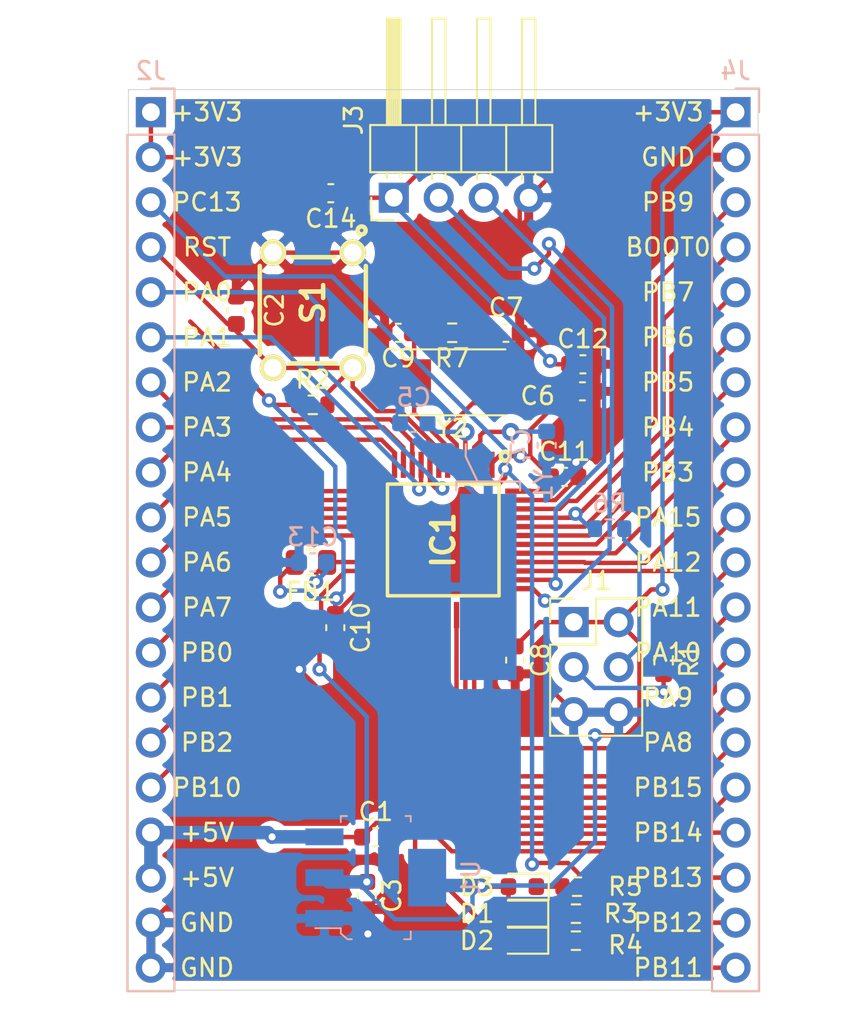
<source format=kicad_pcb>
(kicad_pcb (version 20171130) (host pcbnew 5.1.6+dfsg1-1)
  (layers (0 F.Cu signal) (31 B.Cu signal) (34 B.Paste user) (35 F.Paste user) (36 B.SilkS user) (37 F.SilkS user) (38 B.Mask user) (39 F.Mask user) (44 Edge.Cuts user))
  (net 0 "")
  (net 1 Earth)
  (net 2 +5V)
  (net 3 /RESET)
  (net 4 +3V3)
  (net 5 "Net-(C4-Pad1)")
  (net 6 "Net-(C5-Pad1)")
  (net 7 "Net-(C7-Pad1)")
  (net 8 "Net-(C9-Pad1)")
  (net 9 +3.3VA)
  (net 10 "Net-(D1-Pad1)")
  (net 11 "Net-(D2-Pad1)")
  (net 12 "Net-(D3-Pad1)")
  (net 13 "Net-(J1-Pad4)")
  (net 14 "Net-(J1-Pad3)")
  (net 15 /PB10)
  (net 16 /PB2)
  (net 17 /PB1)
  (net 18 /PB0)
  (net 19 /PA7)
  (net 20 /PA6)
  (net 21 /PA5)
  (net 22 /PA4)
  (net 23 /PA3)
  (net 24 /PA2)
  (net 25 /PA1)
  (net 26 /PA0)
  (net 27 /PC13)
  (net 28 /SWCLK)
  (net 29 /SWDIO)
  (net 30 /PB11)
  (net 31 /PB12)
  (net 32 /PB13)
  (net 33 /PB14)
  (net 34 /PB15)
  (net 35 /PA8)
  (net 36 /PA9)
  (net 37 /PA10)
  (net 38 /PA11)
  (net 39 /PA12)
  (net 40 /PA15)
  (net 41 /PB3)
  (net 42 /PB4)
  (net 43 /PB5)
  (net 44 /PB6)
  (net 45 /PB7)
  (net 46 /BOOT0)
  (net 47 /PB9)
  (net 48 /BOOT1)
  (module mod:SOT-223-4 (layer B.Cu) (at 66.04 88.9 90)
    (fp_text reference U1 (at 0 5.375 -90) (layer B.SilkS) (effects (justify mirror)))
    (fp_text value LM1117-3.3)
    (pad 4 smd rect (at 0 2.9 90) (size 3.25 2.15) (layers B.Cu B.Paste B.Mask) (net 4 +3V3))
    (pad 1 smd rect (at -2.3 -2.9 90) (size 0.95 2.15) (layers B.Cu B.Paste B.Mask) (net 1 Earth))
    (pad 2 smd rect (at 0 -2.9 90) (size 0.95 2.15) (layers B.Cu B.Paste B.Mask) (net 4 +3V3))
    (pad 3 smd rect (at 2.3 -2.9 90) (size 0.95 2.15) (layers B.Cu B.Paste B.Mask) (net 2 +5V))
  )
  (module FSM4JH:FSM4JH (layer F.Cu) (at 62.484 56.896 270)
    (fp_text reference S1 (at -0.45433 -0.00933 90) (layer F.SilkS) (effects (font (size 1.27 1.27) (thickness 0.254))))
    (fp_text value FSM4JH hide)
    (pad 4 thru_hole circle (at 3.25 2.25) (size 1.5 1.5) (drill 1) (layers *.Cu *.Mask F.SilkS) (net 3 /RESET))
    (pad 3 thru_hole circle (at -3.25 2.25) (size 1.5 1.5) (drill 1) (layers *.Cu *.Mask F.SilkS) (net 1 Earth))
    (pad 2 thru_hole circle (at 3.25 -2.25) (size 1.5 1.5) (drill 1) (layers *.Cu *.Mask F.SilkS) (net 3 /RESET))
    (pad 1 thru_hole circle (at -3.25 -2.25) (size 1.5 1.5) (drill 1) (layers *.Cu *.Mask F.SilkS) (net 1 Earth))
  )
  (module STM32G431C6T6:QFP50P900X900X160-48N (layer F.Cu) (at 69.85 69.85 270)
    (fp_text reference IC1 (at 0 0 90) (layer F.SilkS) (effects (font (size 1.27 1.27) (thickness 0.254))))
    (fp_text value STM32G431C6T6 hide)
    (pad 48 smd rect (at -2.75 -4.238 270) (size 0.3 1.475) (layers F.Cu F.Paste F.Mask) (net 4 +3V3))
    (pad 47 smd rect (at -2.25 -4.238 270) (size 0.3 1.475) (layers F.Cu F.Paste F.Mask) (net 1 Earth))
    (pad 46 smd rect (at -1.75 -4.238 270) (size 0.3 1.475) (layers F.Cu F.Paste F.Mask) (net 47 /PB9))
    (pad 45 smd rect (at -1.25 -4.238 270) (size 0.3 1.475) (layers F.Cu F.Paste F.Mask) (net 46 /BOOT0))
    (pad 44 smd rect (at -0.75 -4.238 270) (size 0.3 1.475) (layers F.Cu F.Paste F.Mask) (net 45 /PB7))
    (pad 43 smd rect (at -0.25 -4.238 270) (size 0.3 1.475) (layers F.Cu F.Paste F.Mask) (net 44 /PB6))
    (pad 42 smd rect (at 0.25 -4.238 270) (size 0.3 1.475) (layers F.Cu F.Paste F.Mask) (net 43 /PB5))
    (pad 41 smd rect (at 0.75 -4.238 270) (size 0.3 1.475) (layers F.Cu F.Paste F.Mask) (net 42 /PB4))
    (pad 40 smd rect (at 1.25 -4.238 270) (size 0.3 1.475) (layers F.Cu F.Paste F.Mask) (net 41 /PB3))
    (pad 39 smd rect (at 1.75 -4.238 270) (size 0.3 1.475) (layers F.Cu F.Paste F.Mask) (net 40 /PA15))
    (pad 38 smd rect (at 2.25 -4.238 270) (size 0.3 1.475) (layers F.Cu F.Paste F.Mask) (net 28 /SWCLK))
    (pad 37 smd rect (at 2.75 -4.238 270) (size 0.3 1.475) (layers F.Cu F.Paste F.Mask) (net 29 /SWDIO))
    (pad 36 smd rect (at 4.238 -2.75) (size 0.3 1.475) (layers F.Cu F.Paste F.Mask) (net 4 +3V3))
    (pad 35 smd rect (at 4.238 -2.25) (size 0.3 1.475) (layers F.Cu F.Paste F.Mask) (net 1 Earth))
    (pad 34 smd rect (at 4.238 -1.75) (size 0.3 1.475) (layers F.Cu F.Paste F.Mask) (net 39 /PA12))
    (pad 33 smd rect (at 4.238 -1.25) (size 0.3 1.475) (layers F.Cu F.Paste F.Mask) (net 38 /PA11))
    (pad 32 smd rect (at 4.238 -0.75) (size 0.3 1.475) (layers F.Cu F.Paste F.Mask) (net 37 /PA10))
    (pad 31 smd rect (at 4.238 -0.25) (size 0.3 1.475) (layers F.Cu F.Paste F.Mask) (net 36 /PA9))
    (pad 30 smd rect (at 4.238 0.25) (size 0.3 1.475) (layers F.Cu F.Paste F.Mask) (net 35 /PA8))
    (pad 29 smd rect (at 4.238 0.75) (size 0.3 1.475) (layers F.Cu F.Paste F.Mask) (net 34 /PB15))
    (pad 28 smd rect (at 4.238 1.25) (size 0.3 1.475) (layers F.Cu F.Paste F.Mask) (net 33 /PB14))
    (pad 27 smd rect (at 4.238 1.75) (size 0.3 1.475) (layers F.Cu F.Paste F.Mask) (net 32 /PB13))
    (pad 26 smd rect (at 4.238 2.25) (size 0.3 1.475) (layers F.Cu F.Paste F.Mask) (net 31 /PB12))
    (pad 25 smd rect (at 4.238 2.75) (size 0.3 1.475) (layers F.Cu F.Paste F.Mask) (net 30 /PB11))
    (pad 24 smd rect (at 2.75 4.238 270) (size 0.3 1.475) (layers F.Cu F.Paste F.Mask) (net 4 +3V3))
    (pad 23 smd rect (at 2.25 4.238 270) (size 0.3 1.475) (layers F.Cu F.Paste F.Mask) (net 1 Earth))
    (pad 22 smd rect (at 1.75 4.238 270) (size 0.3 1.475) (layers F.Cu F.Paste F.Mask) (net 15 /PB10))
    (pad 21 smd rect (at 1.25 4.238 270) (size 0.3 1.475) (layers F.Cu F.Paste F.Mask) (net 9 +3.3VA))
    (pad 20 smd rect (at 0.75 4.238 270) (size 0.3 1.475) (layers F.Cu F.Paste F.Mask) (net 9 +3.3VA))
    (pad 19 smd rect (at 0.25 4.238 270) (size 0.3 1.475) (layers F.Cu F.Paste F.Mask) (net 1 Earth))
    (pad 18 smd rect (at -0.25 4.238 270) (size 0.3 1.475) (layers F.Cu F.Paste F.Mask) (net 16 /PB2))
    (pad 17 smd rect (at -0.75 4.238 270) (size 0.3 1.475) (layers F.Cu F.Paste F.Mask) (net 17 /PB1))
    (pad 16 smd rect (at -1.25 4.238 270) (size 0.3 1.475) (layers F.Cu F.Paste F.Mask) (net 18 /PB0))
    (pad 15 smd rect (at -1.75 4.238 270) (size 0.3 1.475) (layers F.Cu F.Paste F.Mask) (net 19 /PA7))
    (pad 14 smd rect (at -2.25 4.238 270) (size 0.3 1.475) (layers F.Cu F.Paste F.Mask) (net 20 /PA6))
    (pad 13 smd rect (at -2.75 4.238 270) (size 0.3 1.475) (layers F.Cu F.Paste F.Mask) (net 21 /PA5))
    (pad 12 smd rect (at -4.238 2.75) (size 0.3 1.475) (layers F.Cu F.Paste F.Mask) (net 22 /PA4))
    (pad 11 smd rect (at -4.238 2.25) (size 0.3 1.475) (layers F.Cu F.Paste F.Mask) (net 23 /PA3))
    (pad 10 smd rect (at -4.238 1.75) (size 0.3 1.475) (layers F.Cu F.Paste F.Mask) (net 24 /PA2))
    (pad 9 smd rect (at -4.238 1.25) (size 0.3 1.475) (layers F.Cu F.Paste F.Mask) (net 25 /PA1))
    (pad 8 smd rect (at -4.238 0.75) (size 0.3 1.475) (layers F.Cu F.Paste F.Mask) (net 26 /PA0))
    (pad 7 smd rect (at -4.238 0.25) (size 0.3 1.475) (layers F.Cu F.Paste F.Mask) (net 3 /RESET))
    (pad 6 smd rect (at -4.238 -0.25) (size 0.3 1.475) (layers F.Cu F.Paste F.Mask) (net 8 "Net-(C9-Pad1)"))
    (pad 5 smd rect (at -4.238 -0.75) (size 0.3 1.475) (layers F.Cu F.Paste F.Mask) (net 7 "Net-(C7-Pad1)"))
    (pad 4 smd rect (at -4.238 -1.25) (size 0.3 1.475) (layers F.Cu F.Paste F.Mask) (net 6 "Net-(C5-Pad1)"))
    (pad 3 smd rect (at -4.238 -1.75) (size 0.3 1.475) (layers F.Cu F.Paste F.Mask) (net 5 "Net-(C4-Pad1)"))
    (pad 2 smd rect (at -4.238 -2.25) (size 0.3 1.475) (layers F.Cu F.Paste F.Mask) (net 27 /PC13))
    (pad 1 smd rect (at -4.238 -2.75) (size 0.3 1.475) (layers F.Cu F.Paste F.Mask) (net 4 +3V3))
  )
  (module Crystal:Crystal_SMD_Abracon_ABM7-2Pin_6.0x3.5mm (layer F.Cu) (at 70.358 60.96 180)
    (fp_text reference Y2 (at 0 -2.6) (layer F.SilkS))
    (fp_text value 8MHz)
    (pad 2 smd rect (at 2.15 0 180) (size 1.9 2.6) (layers F.Cu F.Paste F.Mask) (net 8 "Net-(C9-Pad1)"))
    (pad 1 smd rect (at -2.15 0 180) (size 1.9 2.6) (layers F.Cu F.Paste F.Mask) (net 7 "Net-(C7-Pad1)"))
  )
  (module Crystal:Crystal_AT310_D3.0mm_L10.0mm_Horizontal_1EP_style1 (layer B.Cu) (at 73.66 63.754 180)
    (fp_text reference Y1 (at -1.85 -3 270) (layer B.SilkS) (effects (justify mirror)))
    (fp_text value 32.768kHz)
    (pad 3 smd rect (at 1.27 -8.75 180) (size 3.2 10.5) (layers B.Cu B.Paste B.Mask) (net 1 Earth))
    (pad 2 thru_hole circle (at 2.54 0 180) (size 1 1) (drill 0.5) (layers *.Cu *.Mask) (net 6 "Net-(C5-Pad1)"))
    (pad 1 thru_hole circle (at 0 0 180) (size 1 1) (drill 0.5) (layers *.Cu *.Mask) (net 5 "Net-(C4-Pad1)"))
  )
  (module Resistor_SMD:R_0603_1608Metric (layer F.Cu) (at 70.358 58.166 180)
    (fp_text reference R7 (at 0 -1.43) (layer F.SilkS))
    (fp_text value 100k)
    (pad 2 smd roundrect (at 0.825 0 180) (size 0.8 0.95) (layers F.Cu F.Paste F.Mask) (net 8 "Net-(C9-Pad1)"))
    (pad 1 smd roundrect (at -0.825 0 180) (size 0.8 0.95) (layers F.Cu F.Paste F.Mask) (net 7 "Net-(C7-Pad1)"))
  )
  (module Resistor_SMD:R_0603_1608Metric (layer B.Cu) (at 79.2475 69.215 180)
    (fp_text reference R6 (at 0 1.43) (layer B.SilkS) (effects (justify mirror)))
    (fp_text value 100k)
    (pad 2 smd roundrect (at 0.825 0 180) (size 0.8 0.95) (layers B.Cu B.Paste B.Mask) (net 46 /BOOT0))
    (pad 1 smd roundrect (at -0.825 0 180) (size 0.8 0.95) (layers B.Cu B.Paste B.Mask) (net 13 "Net-(J1-Pad4)"))
  )
  (module Resistor_SMD:R_0603_1608Metric (layer F.Cu) (at 77.406 89.408)
    (fp_text reference R5 (at 2.731 0) (layer F.SilkS))
    (fp_text value 1k)
    (pad 2 smd roundrect (at 0.825 0) (size 0.8 0.95) (layers F.Cu F.Paste F.Mask) (net 27 /PC13))
    (pad 1 smd roundrect (at -0.825 0) (size 0.8 0.95) (layers F.Cu F.Paste F.Mask) (net 12 "Net-(D3-Pad1)"))
  )
  (module Resistor_SMD:R_0603_1608Metric (layer F.Cu) (at 77.343 92.456)
    (fp_text reference R4 (at 2.794 0.254) (layer F.SilkS))
    (fp_text value 1k)
    (pad 2 smd roundrect (at 0.825 0) (size 0.8 0.95) (layers F.Cu F.Paste F.Mask) (net 1 Earth))
    (pad 1 smd roundrect (at -0.825 0) (size 0.8 0.95) (layers F.Cu F.Paste F.Mask) (net 11 "Net-(D2-Pad1)"))
  )
  (module Resistor_SMD:R_0603_1608Metric (layer F.Cu) (at 77.343 90.932)
    (fp_text reference R3 (at 2.54 0) (layer F.SilkS))
    (fp_text value 1k)
    (pad 2 smd roundrect (at 0.825 0) (size 0.8 0.95) (layers F.Cu F.Paste F.Mask) (net 1 Earth))
    (pad 1 smd roundrect (at -0.825 0) (size 0.8 0.95) (layers F.Cu F.Paste F.Mask) (net 10 "Net-(D1-Pad1)"))
  )
  (module Resistor_SMD:R_0603_1608Metric (layer F.Cu) (at 62.484 62.23)
    (fp_text reference R2 (at 0 -1.43) (layer F.SilkS))
    (fp_text value 10k)
    (pad 2 smd roundrect (at 0.825 0) (size 0.8 0.95) (layers F.Cu F.Paste F.Mask) (net 3 /RESET))
    (pad 1 smd roundrect (at -0.825 0) (size 0.8 0.95) (layers F.Cu F.Paste F.Mask) (net 4 +3V3))
  )
  (module Resistor_SMD:R_0603_1608Metric (layer F.Cu) (at 82.296 76.644 270)
    (fp_text reference R1 (at 0 -1.43 90) (layer F.SilkS))
    (fp_text value 100k)
    (pad 2 smd roundrect (at 0.825 0 270) (size 0.8 0.95) (layers F.Cu F.Paste F.Mask) (net 14 "Net-(J1-Pad3)"))
    (pad 1 smd roundrect (at -0.825 0 270) (size 0.8 0.95) (layers F.Cu F.Paste F.Mask) (net 48 /BOOT1))
  )
  (module Connector_PinHeader_2.54mm:PinHeader_1x20_P2.54mm_Vertical (layer B.Cu) (at 86.36 45.72 180)
    (fp_text reference J4 (at 0 2.33) (layer B.SilkS) (effects (justify mirror)))
    (fp_text value Conn_01x20_Male)
    (pad 20 thru_hole oval (at 0 -48.26 180) (size 1.7 1.7) (drill 1) (layers *.Cu *.Mask) (net 30 /PB11))
    (pad 19 thru_hole oval (at 0 -45.72 180) (size 1.7 1.7) (drill 1) (layers *.Cu *.Mask) (net 31 /PB12))
    (pad 18 thru_hole oval (at 0 -43.18 180) (size 1.7 1.7) (drill 1) (layers *.Cu *.Mask) (net 32 /PB13))
    (pad 17 thru_hole oval (at 0 -40.64 180) (size 1.7 1.7) (drill 1) (layers *.Cu *.Mask) (net 33 /PB14))
    (pad 16 thru_hole oval (at 0 -38.1 180) (size 1.7 1.7) (drill 1) (layers *.Cu *.Mask) (net 34 /PB15))
    (pad 15 thru_hole oval (at 0 -35.56 180) (size 1.7 1.7) (drill 1) (layers *.Cu *.Mask) (net 35 /PA8))
    (pad 14 thru_hole oval (at 0 -33.02 180) (size 1.7 1.7) (drill 1) (layers *.Cu *.Mask) (net 36 /PA9))
    (pad 13 thru_hole oval (at 0 -30.48 180) (size 1.7 1.7) (drill 1) (layers *.Cu *.Mask) (net 37 /PA10))
    (pad 12 thru_hole oval (at 0 -27.94 180) (size 1.7 1.7) (drill 1) (layers *.Cu *.Mask) (net 38 /PA11))
    (pad 11 thru_hole oval (at 0 -25.4 180) (size 1.7 1.7) (drill 1) (layers *.Cu *.Mask) (net 39 /PA12))
    (pad 10 thru_hole oval (at 0 -22.86 180) (size 1.7 1.7) (drill 1) (layers *.Cu *.Mask) (net 40 /PA15))
    (pad 9 thru_hole oval (at 0 -20.32 180) (size 1.7 1.7) (drill 1) (layers *.Cu *.Mask) (net 41 /PB3))
    (pad 8 thru_hole oval (at 0 -17.78 180) (size 1.7 1.7) (drill 1) (layers *.Cu *.Mask) (net 42 /PB4))
    (pad 7 thru_hole oval (at 0 -15.24 180) (size 1.7 1.7) (drill 1) (layers *.Cu *.Mask) (net 43 /PB5))
    (pad 6 thru_hole oval (at 0 -12.7 180) (size 1.7 1.7) (drill 1) (layers *.Cu *.Mask) (net 44 /PB6))
    (pad 5 thru_hole oval (at 0 -10.16 180) (size 1.7 1.7) (drill 1) (layers *.Cu *.Mask) (net 45 /PB7))
    (pad 4 thru_hole oval (at 0 -7.62 180) (size 1.7 1.7) (drill 1) (layers *.Cu *.Mask) (net 46 /BOOT0))
    (pad 3 thru_hole oval (at 0 -5.08 180) (size 1.7 1.7) (drill 1) (layers *.Cu *.Mask) (net 47 /PB9))
    (pad 2 thru_hole oval (at 0 -2.54 180) (size 1.7 1.7) (drill 1) (layers *.Cu *.Mask) (net 1 Earth))
    (pad 1 thru_hole rect (at 0 0 180) (size 1.7 1.7) (drill 1) (layers *.Cu *.Mask) (net 4 +3V3))
  )
  (module Connector_PinHeader_2.54mm:PinHeader_1x04_P2.54mm_Horizontal (layer F.Cu) (at 67.056 50.546 90)
    (fp_text reference J3 (at 4.385 -2.27 90) (layer F.SilkS))
    (fp_text value Conn_01x04_Male)
    (pad 4 thru_hole oval (at 0 7.62 90) (size 1.7 1.7) (drill 1) (layers *.Cu *.Mask) (net 1 Earth))
    (pad 3 thru_hole oval (at 0 5.08 90) (size 1.7 1.7) (drill 1) (layers *.Cu *.Mask) (net 28 /SWCLK))
    (pad 2 thru_hole oval (at 0 2.54 90) (size 1.7 1.7) (drill 1) (layers *.Cu *.Mask) (net 29 /SWDIO))
    (pad 1 thru_hole rect (at 0 0 90) (size 1.7 1.7) (drill 1) (layers *.Cu *.Mask) (net 4 +3V3))
  )
  (module Connector_PinHeader_2.54mm:PinHeader_1x20_P2.54mm_Vertical (layer B.Cu) (at 53.34 45.72 180)
    (fp_text reference J2 (at 0 2.33) (layer B.SilkS) (effects (justify mirror)))
    (fp_text value Conn_01x20_Male)
    (pad 20 thru_hole oval (at 0 -48.26 180) (size 1.7 1.7) (drill 1) (layers *.Cu *.Mask) (net 1 Earth))
    (pad 19 thru_hole oval (at 0 -45.72 180) (size 1.7 1.7) (drill 1) (layers *.Cu *.Mask) (net 1 Earth))
    (pad 18 thru_hole oval (at 0 -43.18 180) (size 1.7 1.7) (drill 1) (layers *.Cu *.Mask) (net 2 +5V))
    (pad 17 thru_hole oval (at 0 -40.64 180) (size 1.7 1.7) (drill 1) (layers *.Cu *.Mask) (net 2 +5V))
    (pad 16 thru_hole oval (at 0 -38.1 180) (size 1.7 1.7) (drill 1) (layers *.Cu *.Mask) (net 15 /PB10))
    (pad 15 thru_hole oval (at 0 -35.56 180) (size 1.7 1.7) (drill 1) (layers *.Cu *.Mask) (net 16 /PB2))
    (pad 14 thru_hole oval (at 0 -33.02 180) (size 1.7 1.7) (drill 1) (layers *.Cu *.Mask) (net 17 /PB1))
    (pad 13 thru_hole oval (at 0 -30.48 180) (size 1.7 1.7) (drill 1) (layers *.Cu *.Mask) (net 18 /PB0))
    (pad 12 thru_hole oval (at 0 -27.94 180) (size 1.7 1.7) (drill 1) (layers *.Cu *.Mask) (net 19 /PA7))
    (pad 11 thru_hole oval (at 0 -25.4 180) (size 1.7 1.7) (drill 1) (layers *.Cu *.Mask) (net 20 /PA6))
    (pad 10 thru_hole oval (at 0 -22.86 180) (size 1.7 1.7) (drill 1) (layers *.Cu *.Mask) (net 21 /PA5))
    (pad 9 thru_hole oval (at 0 -20.32 180) (size 1.7 1.7) (drill 1) (layers *.Cu *.Mask) (net 22 /PA4))
    (pad 8 thru_hole oval (at 0 -17.78 180) (size 1.7 1.7) (drill 1) (layers *.Cu *.Mask) (net 23 /PA3))
    (pad 7 thru_hole oval (at 0 -15.24 180) (size 1.7 1.7) (drill 1) (layers *.Cu *.Mask) (net 24 /PA2))
    (pad 6 thru_hole oval (at 0 -12.7 180) (size 1.7 1.7) (drill 1) (layers *.Cu *.Mask) (net 25 /PA1))
    (pad 5 thru_hole oval (at 0 -10.16 180) (size 1.7 1.7) (drill 1) (layers *.Cu *.Mask) (net 26 /PA0))
    (pad 4 thru_hole oval (at 0 -7.62 180) (size 1.7 1.7) (drill 1) (layers *.Cu *.Mask) (net 3 /RESET))
    (pad 3 thru_hole oval (at 0 -5.08 180) (size 1.7 1.7) (drill 1) (layers *.Cu *.Mask) (net 27 /PC13))
    (pad 2 thru_hole oval (at 0 -2.54 180) (size 1.7 1.7) (drill 1) (layers *.Cu *.Mask) (net 4 +3V3))
    (pad 1 thru_hole rect (at 0 0 180) (size 1.7 1.7) (drill 1) (layers *.Cu *.Mask) (net 4 +3V3))
  )
  (module Connector_PinHeader_2.54mm:PinHeader_2x03_P2.54mm_Vertical (layer F.Cu) (at 77.216 74.4855)
    (fp_text reference J1 (at 1.27 -2.33) (layer F.SilkS))
    (fp_text value Conn_02x03_Odd_Even)
    (pad 6 thru_hole oval (at 2.54 5.08) (size 1.7 1.7) (drill 1) (layers *.Cu *.Mask) (net 1 Earth))
    (pad 5 thru_hole oval (at 0 5.08) (size 1.7 1.7) (drill 1) (layers *.Cu *.Mask) (net 1 Earth))
    (pad 4 thru_hole oval (at 2.54 2.54) (size 1.7 1.7) (drill 1) (layers *.Cu *.Mask) (net 13 "Net-(J1-Pad4)"))
    (pad 3 thru_hole oval (at 0 2.54) (size 1.7 1.7) (drill 1) (layers *.Cu *.Mask) (net 14 "Net-(J1-Pad3)"))
    (pad 2 thru_hole oval (at 2.54 0) (size 1.7 1.7) (drill 1) (layers *.Cu *.Mask) (net 4 +3V3))
    (pad 1 thru_hole rect (at 0 0) (size 1.7 1.7) (drill 1) (layers *.Cu *.Mask) (net 4 +3V3))
  )
  (module Resistor_SMD:R_0805_2012Metric (layer F.Cu) (at 62.3805 71.12 180)
    (fp_text reference FB1 (at 0 -1.65) (layer F.SilkS))
    (fp_text value Ferrite_Bead)
    (pad 2 smd roundrect (at 0.9125 0 180) (size 1.025 1.4) (layers F.Cu F.Paste F.Mask) (roundrect_rratio 0.2439004878048781) (net 4 +3V3))
    (pad 1 smd roundrect (at -0.9125 0 180) (size 1.025 1.4) (layers F.Cu F.Paste F.Mask) (roundrect_rratio 0.2439004878048781) (net 9 +3.3VA))
  )
  (module LED_SMD:LED_0603_1608Metric (layer F.Cu) (at 74.3205 89.408 180)
    (fp_text reference D3 (at 2.5655 0) (layer F.SilkS))
    (fp_text value LED)
    (pad 2 smd roundrect (at 0.7875 0 180) (size 0.875 0.95) (layers F.Cu F.Paste F.Mask) (net 4 +3V3))
    (pad 1 smd roundrect (at -0.7875 0 180) (size 0.875 0.95) (layers F.Cu F.Paste F.Mask) (net 12 "Net-(D3-Pad1)"))
  )
  (module LED_SMD:LED_0603_1608Metric (layer F.Cu) (at 74.295 92.456 180)
    (fp_text reference D2 (at 2.54 0) (layer F.SilkS))
    (fp_text value LED)
    (pad 2 smd roundrect (at 0.7875 0 180) (size 0.875 0.95) (layers F.Cu F.Paste F.Mask) (net 2 +5V))
    (pad 1 smd roundrect (at -0.7875 0 180) (size 0.875 0.95) (layers F.Cu F.Paste F.Mask) (net 11 "Net-(D2-Pad1)"))
  )
  (module LED_SMD:LED_0603_1608Metric (layer F.Cu) (at 74.295 90.932 180)
    (fp_text reference D1 (at 2.54 0) (layer F.SilkS))
    (fp_text value LED)
    (pad 2 smd roundrect (at 0.7875 0 180) (size 0.875 0.95) (layers F.Cu F.Paste F.Mask) (net 4 +3V3))
    (pad 1 smd roundrect (at -0.7875 0 180) (size 0.875 0.95) (layers F.Cu F.Paste F.Mask) (net 10 "Net-(D1-Pad1)"))
  )
  (module Capacitor_SMD:C_0603_1608Metric (layer F.Cu) (at 63.5 50.292 180)
    (fp_text reference C14 (at 0 -1.43) (layer F.SilkS))
    (fp_text value 0.1uF)
    (pad 2 smd roundrect (at 0.775 0 180) (size 0.9 0.95) (layers F.Cu F.Paste F.Mask) (net 1 Earth))
    (pad 1 smd roundrect (at -0.775 0 180) (size 0.9 0.95) (layers F.Cu F.Paste F.Mask) (net 4 +3V3))
  )
  (module Capacitor_SMD:C_0603_1608Metric (layer B.Cu) (at 62.484 71.12 180)
    (fp_text reference C13 (at 0 1.43) (layer B.SilkS) (effects (justify mirror)))
    (fp_text value 0.1uF)
    (pad 2 smd roundrect (at 0.775 0 180) (size 0.9 0.95) (layers B.Cu B.Paste B.Mask) (net 1 Earth))
    (pad 1 smd roundrect (at -0.775 0 180) (size 0.9 0.95) (layers B.Cu B.Paste B.Mask) (net 9 +3.3VA))
  )
  (module Capacitor_SMD:C_0603_1608Metric (layer F.Cu) (at 77.737 59.944)
    (fp_text reference C12 (at 0 -1.43) (layer F.SilkS))
    (fp_text value 10uF)
    (pad 2 smd roundrect (at 0.775 0) (size 0.9 0.95) (layers F.Cu F.Paste F.Mask) (net 1 Earth))
    (pad 1 smd roundrect (at -0.775 0) (size 0.9 0.95) (layers F.Cu F.Paste F.Mask) (net 4 +3V3))
  )
  (module Capacitor_SMD:C_0603_1608Metric (layer F.Cu) (at 76.708 66.294)
    (fp_text reference C11 (at 0 -1.43) (layer F.SilkS))
    (fp_text value 0.1uF)
    (pad 2 smd roundrect (at 0.775 0) (size 0.9 0.95) (layers F.Cu F.Paste F.Mask) (net 1 Earth))
    (pad 1 smd roundrect (at -0.775 0) (size 0.9 0.95) (layers F.Cu F.Paste F.Mask) (net 4 +3V3))
  )
  (module Capacitor_SMD:C_0603_1608Metric (layer F.Cu) (at 63.754 74.803 270)
    (fp_text reference C10 (at 0 -1.43 270) (layer F.SilkS))
    (fp_text value 0.1uF)
    (pad 2 smd roundrect (at 0.775 0 270) (size 0.9 0.95) (layers F.Cu F.Paste F.Mask) (net 1 Earth))
    (pad 1 smd roundrect (at -0.775 0 270) (size 0.9 0.95) (layers F.Cu F.Paste F.Mask) (net 4 +3V3))
  )
  (module Capacitor_SMD:C_0603_1608Metric (layer F.Cu) (at 67.31 58.166 180)
    (fp_text reference C9 (at 0 -1.43) (layer F.SilkS))
    (fp_text value 20p)
    (pad 2 smd roundrect (at 0.775 0 180) (size 0.9 0.95) (layers F.Cu F.Paste F.Mask) (net 1 Earth))
    (pad 1 smd roundrect (at -0.775 0 180) (size 0.9 0.95) (layers F.Cu F.Paste F.Mask) (net 8 "Net-(C9-Pad1)"))
  )
  (module Capacitor_SMD:C_0603_1608Metric (layer F.Cu) (at 73.914 76.6315 270)
    (fp_text reference C8 (at 0 -1.43 90) (layer F.SilkS))
    (fp_text value 0.1uF)
    (pad 2 smd roundrect (at 0.775 0 270) (size 0.9 0.95) (layers F.Cu F.Paste F.Mask) (net 1 Earth))
    (pad 1 smd roundrect (at -0.775 0 270) (size 0.9 0.95) (layers F.Cu F.Paste F.Mask) (net 4 +3V3))
  )
  (module Capacitor_SMD:C_0603_1608Metric (layer F.Cu) (at 73.393 58.166)
    (fp_text reference C7 (at 0 -1.43) (layer F.SilkS))
    (fp_text value 20p)
    (pad 2 smd roundrect (at 0.775 0) (size 0.9 0.95) (layers F.Cu F.Paste F.Mask) (net 1 Earth))
    (pad 1 smd roundrect (at -0.775 0) (size 0.9 0.95) (layers F.Cu F.Paste F.Mask) (net 7 "Net-(C7-Pad1)"))
  )
  (module Capacitor_SMD:C_0603_1608Metric (layer F.Cu) (at 77.711 61.468)
    (fp_text reference C6 (at -2.527 0.254) (layer F.SilkS))
    (fp_text value 0.1uF)
    (pad 2 smd roundrect (at 0.775 0) (size 0.9 0.95) (layers F.Cu F.Paste F.Mask) (net 1 Earth))
    (pad 1 smd roundrect (at -0.775 0) (size 0.9 0.95) (layers F.Cu F.Paste F.Mask) (net 4 +3V3))
  )
  (module Capacitor_SMD:C_0603_1608Metric (layer B.Cu) (at 68.186 63.246 180)
    (fp_text reference C5 (at 0 1.43 180) (layer B.SilkS) (effects (justify mirror)))
    (fp_text value 20p)
    (pad 2 smd roundrect (at 0.775 0 180) (size 0.9 0.95) (layers B.Cu B.Paste B.Mask) (net 1 Earth))
    (pad 1 smd roundrect (at -0.775 0 180) (size 0.9 0.95) (layers B.Cu B.Paste B.Mask) (net 6 "Net-(C5-Pad1)"))
  )
  (module Capacitor_SMD:C_0603_1608Metric (layer B.Cu) (at 75.692 64.516 270)
    (fp_text reference C4 (at 0 1.43 270) (layer B.SilkS) (effects (justify mirror)))
    (fp_text value 20p)
    (pad 2 smd roundrect (at 0.775 0 270) (size 0.9 0.95) (layers B.Cu B.Paste B.Mask) (net 1 Earth))
    (pad 1 smd roundrect (at -0.775 0 270) (size 0.9 0.95) (layers B.Cu B.Paste B.Mask) (net 5 "Net-(C4-Pad1)"))
  )
  (module Capacitor_SMD:C_0603_1608Metric (layer F.Cu) (at 65.532 89.916 270)
    (fp_text reference C3 (at 0 -1.43 90) (layer F.SilkS))
    (fp_text value 0.1uF)
    (pad 2 smd roundrect (at 0.775 0 270) (size 0.9 0.95) (layers F.Cu F.Paste F.Mask) (net 1 Earth))
    (pad 1 smd roundrect (at -0.775 0 270) (size 0.9 0.95) (layers F.Cu F.Paste F.Mask) (net 4 +3V3))
  )
  (module Capacitor_SMD:C_0603_1608Metric (layer F.Cu) (at 58.166 56.896 90)
    (fp_text reference C2 (at 0 2.159 90) (layer F.SilkS))
    (fp_text value 0.1uF)
    (pad 2 smd roundrect (at 0.775 0 90) (size 0.9 0.95) (layers F.Cu F.Paste F.Mask) (net 1 Earth))
    (pad 1 smd roundrect (at -0.775 0 90) (size 0.9 0.95) (layers F.Cu F.Paste F.Mask) (net 3 /RESET))
  )
  (module Capacitor_SMD:C_0603_1608Metric (layer F.Cu) (at 66.04 86.614)
    (fp_text reference C1 (at 0 -1.43) (layer F.SilkS))
    (fp_text value 0.1uF)
    (pad 2 smd roundrect (at 0.775 0) (size 0.9 0.95) (layers F.Cu F.Paste F.Mask) (net 1 Earth))
    (pad 1 smd roundrect (at -0.775 0) (size 0.9 0.95) (layers F.Cu F.Paste F.Mask) (net 2 +5V))
  )
  (gr_text PA9 (at 82.55 78.74) (layer F.SilkS) (effects (font (size 1 1))))
  (gr_text PB6 (at 82.55 58.42) (layer F.SilkS) (effects (font (size 1 1))))
  (gr_text PB7 (at 82.55 55.88) (layer F.SilkS) (effects (font (size 1 1))))
  (gr_text PB13 (at 82.55 88.9) (layer F.SilkS) (effects (font (size 1 1))))
  (gr_text PB14 (at 82.55 86.36) (layer F.SilkS) (effects (font (size 1 1))))
  (gr_text GND (at 82.55 48.26) (layer F.SilkS) (effects (font (size 1 1))))
  (gr_text PA10 (at 82.55 76.2) (layer F.SilkS) (effects (font (size 1 1))))
  (gr_text PA11 (at 82.55 73.66) (layer F.SilkS) (effects (font (size 1 1))))
  (gr_text PA12 (at 82.55 71.12) (layer F.SilkS) (effects (font (size 1 1))))
  (gr_text PB3 (at 82.55 66.04) (layer F.SilkS) (effects (font (size 1 1))))
  (gr_text PB5 (at 82.55 60.96) (layer F.SilkS) (effects (font (size 1 1))))
  (gr_text PA8 (at 82.55 81.28) (layer F.SilkS) (effects (font (size 1 1))))
  (gr_text PA15 (at 82.55 68.58) (layer F.SilkS) (effects (font (size 1 1))))
  (gr_text PB4 (at 82.55 63.5) (layer F.SilkS) (effects (font (size 1 1))))
  (gr_text +3V3 (at 82.55 45.72) (layer F.SilkS) (effects (font (size 1 1))))
  (gr_text PB11 (at 82.55 93.98) (layer F.SilkS) (effects (font (size 1 1))))
  (gr_text PB12 (at 82.55 91.44) (layer F.SilkS) (effects (font (size 1 1))))
  (gr_text PB9 (at 82.55 50.8) (layer F.SilkS) (effects (font (size 1 1))))
  (gr_text PB15 (at 82.55 83.82) (layer F.SilkS) (effects (font (size 1 1))))
  (gr_text BOOT0 (at 82.55 53.34) (layer F.SilkS) (effects (font (size 1 1))))
  (gr_text GND (at 56.515 93.98) (layer F.SilkS) (effects (font (size 1 1))))
  (gr_text GND (at 56.515 91.44) (layer F.SilkS) (effects (font (size 1 1))))
  (gr_text +5V (at 56.515 88.9) (layer F.SilkS) (effects (font (size 1 1))))
  (gr_text +5V (at 56.515 86.36) (layer F.SilkS) (effects (font (size 1 1))))
  (gr_text PB10 (at 56.515 83.82) (layer F.SilkS) (effects (font (size 1 1))))
  (gr_text PB2 (at 56.515 81.28) (layer F.SilkS) (effects (font (size 1 1))))
  (gr_text PB1 (at 56.515 78.74) (layer F.SilkS) (effects (font (size 1 1))))
  (gr_text PB0 (at 56.515 76.2) (layer F.SilkS) (effects (font (size 1 1))))
  (gr_text PA7 (at 56.515 73.66) (layer F.SilkS) (effects (font (size 1 1))))
  (gr_text PA6 (at 56.515 71.12) (layer F.SilkS) (effects (font (size 1 1))))
  (gr_text PA5 (at 56.515 68.58) (layer F.SilkS) (effects (font (size 1 1))))
  (gr_text PA4 (at 56.515 66.04) (layer F.SilkS) (effects (font (size 1 1))))
  (gr_text PA3 (at 56.515 63.5) (layer F.SilkS) (effects (font (size 1 1))))
  (gr_text PA2 (at 56.515 60.96) (layer F.SilkS) (effects (font (size 1 1))))
  (gr_text PA1 (at 56.515 58.42) (layer F.SilkS) (effects (font (size 1 1))))
  (gr_text PA0 (at 56.515 55.88) (layer F.SilkS) (effects (font (size 1 1))))
  (gr_text RST (at 56.515 53.34) (layer F.SilkS) (effects (font (size 1 1))))
  (gr_text PC13 (at 56.515 50.8) (layer F.SilkS) (effects (font (size 1 1))))
  (gr_text +3V3 (at 56.515 48.26) (layer F.SilkS) (effects (font (size 1 1))))
  (gr_text +3V3 (at 56.515 45.72) (layer F.SilkS) (effects (font (size 1 1))))
  (gr_line (start 87.63 95.25) (end 87.63 44.45) (layer Edge.Cuts) (width 0.05))
  (gr_line (start 52.07 95.25) (end 87.63 95.25) (layer Edge.Cuts) (width 0.05))
  (gr_line (start 52.07 44.45) (end 52.07 95.25) (layer Edge.Cuts) (width 0.05))
  (gr_line (start 87.63 44.45) (end 52.07 44.45) (layer Edge.Cuts) (width 0.05))
  (segment (start 53.34 91.44) (end 53.34 93.98) (width 0.25) (layer F.Cu) (net 1))
  (segment (start 54.089 90.691) (end 53.34 91.44) (width 0.25) (layer F.Cu) (net 1))
  (segment (start 65.532 90.691) (end 54.089 90.691) (width 0.25) (layer F.Cu) (net 1))
  (segment (start 65.822 72.1) (end 65.846999 72.075001) (width 0.25) (layer F.Cu) (net 1))
  (segment (start 65.612 72.1) (end 65.822 72.1) (width 0.25) (layer F.Cu) (net 1))
  (segment (start 64.229 75.578) (end 63.754 75.578) (width 0.25) (layer F.Cu) (net 1))
  (segment (start 66.868001 72.938999) (end 64.229 75.578) (width 0.25) (layer F.Cu) (net 1))
  (segment (start 66.868001 72.075001) (end 66.868001 72.938999) (width 0.25) (layer F.Cu) (net 1))
  (segment (start 66.584502 70.1) (end 65.612 70.1) (width 0.25) (layer F.Cu) (net 1))
  (segment (start 66.674501 72.072999) (end 66.674501 70.189999) (width 0.25) (layer F.Cu) (net 1))
  (segment (start 66.674501 70.189999) (end 66.584502 70.1) (width 0.25) (layer F.Cu) (net 1))
  (segment (start 66.672499 72.075001) (end 66.674501 72.072999) (width 0.25) (layer F.Cu) (net 1))
  (segment (start 65.846999 72.075001) (end 66.672499 72.075001) (width 0.25) (layer F.Cu) (net 1))
  (segment (start 66.672499 72.075001) (end 66.868001 72.075001) (width 0.25) (layer F.Cu) (net 1))
  (segment (start 78.168 90.932) (end 78.168 92.456) (width 0.25) (layer F.Cu) (net 1))
  (segment (start 72.1 75.5925) (end 73.914 77.4065) (width 0.25) (layer F.Cu) (net 1))
  (segment (start 72.1 74.088) (end 72.1 75.5925) (width 0.25) (layer F.Cu) (net 1))
  (segment (start 75.057 77.4065) (end 73.914 77.4065) (width 0.25) (layer F.Cu) (net 1))
  (segment (start 77.216 79.5655) (end 75.057 77.4065) (width 0.25) (layer F.Cu) (net 1))
  (segment (start 79.756 79.5655) (end 77.216 79.5655) (width 0.25) (layer F.Cu) (net 1))
  (segment (start 76.962 48.26) (end 74.676 50.546) (width 0.25) (layer F.Cu) (net 1))
  (segment (start 86.36 48.26) (end 76.962 48.26) (width 0.25) (layer F.Cu) (net 1))
  (segment (start 78.512 61.442) (end 78.486 61.468) (width 0.25) (layer F.Cu) (net 1))
  (segment (start 78.512 59.944) (end 78.512 61.442) (width 0.25) (layer F.Cu) (net 1))
  (via (at 77.343 65.4685) (size 0.8) (drill 0.4) (layers F.Cu B.Cu) (net 1))
  (segment (start 77.343 66.154) (end 77.483 66.294) (width 0.25) (layer F.Cu) (net 1))
  (segment (start 77.343 65.4685) (end 77.343 66.154) (width 0.25) (layer F.Cu) (net 1))
  (segment (start 77.343 62.611) (end 78.486 61.468) (width 0.25) (layer F.Cu) (net 1))
  (segment (start 77.343 65.4685) (end 77.343 62.611) (width 0.25) (layer F.Cu) (net 1))
  (segment (start 76.177 67.6) (end 77.483 66.294) (width 0.25) (layer F.Cu) (net 1))
  (segment (start 74.088 67.6) (end 76.177 67.6) (width 0.25) (layer F.Cu) (net 1))
  (segment (start 77.1655 65.291) (end 77.343 65.4685) (width 0.25) (layer B.Cu) (net 1))
  (segment (start 75.692 65.291) (end 77.1655 65.291) (width 0.25) (layer B.Cu) (net 1))
  (segment (start 73.535501 67.624999) (end 72.837001 67.624999) (width 0.25) (layer F.Cu) (net 1))
  (segment (start 73.5605 67.6) (end 73.535501 67.624999) (width 0.25) (layer F.Cu) (net 1))
  (segment (start 74.088 67.6) (end 73.5605 67.6) (width 0.25) (layer F.Cu) (net 1))
  (segment (start 72.39 68.072) (end 72.837001 67.624999) (width 0.25) (layer B.Cu) (net 1))
  (segment (start 72.39 72.504) (end 72.39 68.072) (width 0.25) (layer B.Cu) (net 1))
  (segment (start 72.1 73.115498) (end 72.1 74.088) (width 0.25) (layer F.Cu) (net 1))
  (segment (start 71.923501 72.938999) (end 72.1 73.115498) (width 0.25) (layer F.Cu) (net 1))
  (segment (start 66.868001 72.938999) (end 71.923501 72.938999) (width 0.25) (layer F.Cu) (net 1))
  (segment (start 71.923501 68.538499) (end 72.837001 67.624999) (width 0.25) (layer F.Cu) (net 1))
  (segment (start 71.923501 72.938999) (end 71.923501 68.538499) (width 0.25) (layer F.Cu) (net 1))
  (segment (start 78.512 59.944) (end 78.512 58.192) (width 0.25) (layer F.Cu) (net 1))
  (segment (start 78.486 58.166) (end 74.168 58.166) (width 0.25) (layer F.Cu) (net 1))
  (segment (start 78.512 58.192) (end 78.486 58.166) (width 0.25) (layer F.Cu) (net 1))
  (segment (start 74.168 51.054) (end 74.676 50.546) (width 0.25) (layer F.Cu) (net 1))
  (segment (start 74.168 58.166) (end 74.168 51.054) (width 0.25) (layer F.Cu) (net 1))
  (segment (start 74.168 58.166) (end 74.168 56.9595) (width 0.25) (layer F.Cu) (net 1))
  (segment (start 74.168 56.9595) (end 73.0885 55.88) (width 0.25) (layer F.Cu) (net 1))
  (segment (start 68.821 55.88) (end 66.535 58.166) (width 0.25) (layer F.Cu) (net 1))
  (segment (start 73.0885 55.88) (end 68.821 55.88) (width 0.25) (layer F.Cu) (net 1))
  (segment (start 66.535 55.447) (end 64.734 53.646) (width 0.25) (layer F.Cu) (net 1))
  (segment (start 66.535 58.166) (end 66.535 55.447) (width 0.25) (layer F.Cu) (net 1))
  (segment (start 64.734 53.646) (end 60.234 53.646) (width 0.25) (layer F.Cu) (net 1))
  (segment (start 62.725 51.155) (end 60.234 53.646) (width 0.25) (layer F.Cu) (net 1))
  (segment (start 62.725 50.292) (end 62.725 51.155) (width 0.25) (layer F.Cu) (net 1))
  (segment (start 58.166 55.714) (end 58.166 56.121) (width 0.25) (layer F.Cu) (net 1))
  (segment (start 60.234 53.646) (end 58.166 55.714) (width 0.25) (layer F.Cu) (net 1))
  (segment (start 66.815 89.408) (end 65.532 90.691) (width 0.25) (layer F.Cu) (net 1))
  (segment (start 66.815 86.614) (end 66.815 89.408) (width 0.25) (layer F.Cu) (net 1))
  (via (at 65.5955 92.075) (size 0.8) (drill 0.4) (layers F.Cu B.Cu) (net 1))
  (segment (start 65.5955 90.7545) (end 65.532 90.691) (width 0.25) (layer F.Cu) (net 1))
  (segment (start 65.5955 92.075) (end 65.5955 90.7545) (width 0.25) (layer F.Cu) (net 1))
  (segment (start 65.5955 92.075) (end 67.691 92.075) (width 0.25) (layer F.Cu) (net 1))
  (segment (start 67.691 92.075) (end 70.0405 94.4245) (width 0.25) (layer F.Cu) (net 1))
  (segment (start 76.1995 94.4245) (end 78.168 92.456) (width 0.25) (layer F.Cu) (net 1))
  (segment (start 70.0405 94.4245) (end 76.1995 94.4245) (width 0.25) (layer F.Cu) (net 1))
  (segment (start 63.754 81.026) (end 53.34 91.44) (width 0.25) (layer F.Cu) (net 1))
  (via (at 61.722 77.1525) (size 0.8) (drill 0.4) (layers F.Cu B.Cu) (net 1))
  (segment (start 62.8015 78.232) (end 61.722 77.1525) (width 0.25) (layer F.Cu) (net 1))
  (segment (start 63.754 78.232) (end 62.8015 78.232) (width 0.25) (layer F.Cu) (net 1))
  (segment (start 63.754 75.578) (end 63.754 78.232) (width 0.25) (layer F.Cu) (net 1))
  (segment (start 63.754 78.232) (end 63.754 81.026) (width 0.25) (layer F.Cu) (net 1))
  (segment (start 60.5155 71.12) (end 61.709 71.12) (width 0.25) (layer B.Cu) (net 1))
  (segment (start 59.055 72.5805) (end 60.5155 71.12) (width 0.25) (layer B.Cu) (net 1))
  (segment (start 59.055 74.4855) (end 59.055 72.5805) (width 0.25) (layer B.Cu) (net 1))
  (segment (start 61.722 77.1525) (end 59.055 74.4855) (width 0.25) (layer B.Cu) (net 1))
  (segment (start 72.39 72.504) (end 72.734001 72.848001) (width 0.25) (layer B.Cu) (net 1))
  (segment (start 64.7205 91.2) (end 65.5955 92.075) (width 0.762) (layer B.Cu) (net 1))
  (segment (start 63.14 91.2) (end 64.7205 91.2) (width 0.762) (layer B.Cu) (net 1))
  (segment (start 72.39 72.504) (end 72.39 67.59) (width 0.762) (layer B.Cu) (net 1))
  (segment (start 72.2255 72.3395) (end 72.39 72.504) (width 0.762) (layer B.Cu) (net 1))
  (segment (start 72.39 68.0085) (end 72.39 72.504) (width 0.25) (layer B.Cu) (net 1))
  (segment (start 66.3705 72.504) (end 72.39 72.504) (width 0.25) (layer B.Cu) (net 1))
  (segment (start 61.722 77.1525) (end 66.3705 72.504) (width 0.25) (layer B.Cu) (net 1))
  (segment (start 67.6275 63.246) (end 68.29425 63.91275) (width 0.25) (layer B.Cu) (net 1))
  (segment (start 67.411 63.246) (end 67.6275 63.246) (width 0.25) (layer B.Cu) (net 1))
  (segment (start 68.29425 63.91275) (end 72.39 68.0085) (width 0.25) (layer B.Cu) (net 1))
  (segment (start 68.199 63.8175) (end 68.29425 63.91275) (width 0.25) (layer B.Cu) (net 1))
  (segment (start 66.06501 85.81399) (end 65.265 86.614) (width 0.25) (layer F.Cu) (net 2))
  (segment (start 73.07 92.456) (end 68.2625 87.6485) (width 0.25) (layer F.Cu) (net 2))
  (segment (start 73.5075 92.456) (end 73.07 92.456) (width 0.25) (layer F.Cu) (net 2))
  (segment (start 68.2625 87.6485) (end 68.2625 86.2965) (width 0.25) (layer F.Cu) (net 2))
  (segment (start 67.77999 85.81399) (end 66.06501 85.81399) (width 0.25) (layer F.Cu) (net 2))
  (segment (start 68.2625 86.2965) (end 67.77999 85.81399) (width 0.25) (layer F.Cu) (net 2))
  (via (at 60.184 86.6) (size 0.8) (drill 0.4) (layers F.Cu B.Cu) (net 2))
  (segment (start 60.198 86.614) (end 60.184 86.6) (width 0.25) (layer F.Cu) (net 2))
  (segment (start 65.265 86.614) (end 60.198 86.614) (width 0.25) (layer F.Cu) (net 2))
  (segment (start 60.184 86.6) (end 52.6555 86.6) (width 0.25) (layer B.Cu) (net 2))
  (segment (start 63.14 86.6) (end 60.184 86.6) (width 0.762) (layer B.Cu) (net 2))
  (segment (start 59.944 86.36) (end 60.184 86.6) (width 0.762) (layer B.Cu) (net 2))
  (segment (start 53.34 86.36) (end 59.944 86.36) (width 0.762) (layer B.Cu) (net 2))
  (segment (start 53.34 86.36) (end 53.34 88.9) (width 0.762) (layer B.Cu) (net 2))
  (segment (start 69.6 65.612) (end 69.6 64.743999) (width 0.25) (layer F.Cu) (net 3))
  (segment (start 64.734 61.20666) (end 64.734 60.146) (width 0.25) (layer F.Cu) (net 3))
  (segment (start 66.112341 62.585001) (end 64.734 61.20666) (width 0.25) (layer F.Cu) (net 3))
  (segment (start 67.441002 62.585001) (end 66.112341 62.585001) (width 0.25) (layer F.Cu) (net 3))
  (segment (start 69.6 64.743999) (end 67.441002 62.585001) (width 0.25) (layer F.Cu) (net 3))
  (segment (start 63.309 61.571) (end 64.734 60.146) (width 0.25) (layer F.Cu) (net 3))
  (segment (start 63.309 62.23) (end 63.309 61.571) (width 0.25) (layer F.Cu) (net 3))
  (segment (start 64.734 60.146) (end 60.234 60.146) (width 0.25) (layer F.Cu) (net 3))
  (segment (start 58.166 58.078) (end 60.234 60.146) (width 0.25) (layer F.Cu) (net 3))
  (segment (start 58.166 57.671) (end 58.166 58.078) (width 0.25) (layer F.Cu) (net 3))
  (segment (start 57.671 57.671) (end 53.34 53.34) (width 0.25) (layer F.Cu) (net 3))
  (segment (start 58.166 57.671) (end 57.671 57.671) (width 0.25) (layer F.Cu) (net 3))
  (segment (start 64.529 50.546) (end 64.275 50.292) (width 0.25) (layer F.Cu) (net 4))
  (segment (start 67.056 50.546) (end 64.529 50.546) (width 0.25) (layer F.Cu) (net 4))
  (segment (start 64.275 50.292) (end 64.275 49.543) (width 0.25) (layer F.Cu) (net 4))
  (segment (start 62.992 48.26) (end 53.34 48.26) (width 0.25) (layer F.Cu) (net 4))
  (segment (start 64.275 49.543) (end 62.992 48.26) (width 0.25) (layer F.Cu) (net 4))
  (segment (start 53.34 45.72) (end 53.34 48.26) (width 0.25) (layer F.Cu) (net 4))
  (segment (start 61.468 71.12) (end 61.468 71.374) (width 0.25) (layer F.Cu) (net 4))
  (segment (start 65.182 72.6) (end 63.754 74.028) (width 0.25) (layer F.Cu) (net 4))
  (segment (start 65.612 72.6) (end 65.182 72.6) (width 0.25) (layer F.Cu) (net 4))
  (segment (start 73.533 90.9065) (end 73.5075 90.932) (width 0.25) (layer F.Cu) (net 4))
  (segment (start 73.533 89.408) (end 73.533 90.9065) (width 0.25) (layer F.Cu) (net 4))
  (segment (start 65.773 88.9) (end 65.532 89.141) (width 0.25) (layer F.Cu) (net 4))
  (segment (start 73.914 75.8565) (end 73.253 75.8565) (width 0.25) (layer F.Cu) (net 4))
  (segment (start 72.6 75.2035) (end 72.6 74.088) (width 0.25) (layer F.Cu) (net 4))
  (segment (start 73.253 75.8565) (end 72.6 75.2035) (width 0.25) (layer F.Cu) (net 4))
  (segment (start 75.285 74.4855) (end 73.914 75.8565) (width 0.25) (layer F.Cu) (net 4))
  (segment (start 77.216 74.4855) (end 75.285 74.4855) (width 0.25) (layer F.Cu) (net 4))
  (segment (start 71.882 45.72) (end 67.056 50.546) (width 0.25) (layer F.Cu) (net 4))
  (segment (start 86.36 45.72) (end 71.882 45.72) (width 0.25) (layer F.Cu) (net 4))
  (segment (start 75.267 67.1) (end 74.088 67.1) (width 0.25) (layer F.Cu) (net 4))
  (segment (start 74.763499 65.124499) (end 75.933 66.294) (width 0.25) (layer F.Cu) (net 4))
  (segment (start 72.6 65.5265) (end 73.002001 65.124499) (width 0.25) (layer F.Cu) (net 4))
  (segment (start 72.6 65.612) (end 72.6 65.5265) (width 0.25) (layer F.Cu) (net 4))
  (segment (start 74.763499 63.640501) (end 76.936 61.468) (width 0.25) (layer F.Cu) (net 4))
  (segment (start 74.763499 65.124499) (end 74.763499 63.640501) (width 0.25) (layer F.Cu) (net 4))
  (segment (start 76.936 59.97) (end 76.962 59.944) (width 0.25) (layer F.Cu) (net 4))
  (segment (start 76.936 61.468) (end 76.936 59.97) (width 0.25) (layer F.Cu) (net 4))
  (via (at 75.8825 59.7535) (size 0.8) (drill 0.4) (layers F.Cu B.Cu) (net 4))
  (segment (start 76.073 59.944) (end 75.8825 59.7535) (width 0.25) (layer F.Cu) (net 4))
  (segment (start 76.962 59.944) (end 76.073 59.944) (width 0.25) (layer F.Cu) (net 4))
  (segment (start 67.056 50.927) (end 67.056 50.546) (width 0.25) (layer B.Cu) (net 4))
  (segment (start 75.8825 59.7535) (end 67.056 50.927) (width 0.25) (layer B.Cu) (net 4))
  (via (at 72.009 89.3445) (size 0.8) (drill 0.4) (layers F.Cu B.Cu) (net 4))
  (segment (start 72.0725 89.408) (end 72.009 89.3445) (width 0.25) (layer F.Cu) (net 4))
  (segment (start 73.533 89.408) (end 72.0725 89.408) (width 0.25) (layer F.Cu) (net 4))
  (segment (start 72.009 89.3445) (end 71.501 89.8525) (width 0.25) (layer B.Cu) (net 4))
  (segment (start 71.501 89.8525) (end 71.501 90.424) (width 0.25) (layer B.Cu) (net 4))
  (segment (start 71.501 90.424) (end 70.6755 91.2495) (width 0.25) (layer B.Cu) (net 4))
  (segment (start 70.6755 91.2495) (end 67.1195 91.2495) (width 0.25) (layer B.Cu) (net 4))
  (segment (start 64.77 88.9) (end 63.14 88.9) (width 0.25) (layer B.Cu) (net 4))
  (segment (start 67.1195 91.2495) (end 64.77 88.9) (width 0.25) (layer B.Cu) (net 4))
  (via (at 65.532 89.141) (size 0.8) (drill 0.4) (layers F.Cu B.Cu) (net 4))
  (segment (start 63.754 73.2155) (end 63.8175 73.152) (width 0.25) (layer F.Cu) (net 4))
  (via (at 63.8175 73.152) (size 0.8) (drill 0.4) (layers F.Cu B.Cu) (net 4))
  (segment (start 63.754 74.028) (end 63.754 73.2155) (width 0.25) (layer F.Cu) (net 4))
  (segment (start 62.488166 73.152) (end 62.043666 72.7075) (width 0.25) (layer B.Cu) (net 4))
  (segment (start 63.8175 73.152) (end 62.488166 73.152) (width 0.25) (layer B.Cu) (net 4))
  (via (at 60.6425 72.771) (size 0.8) (drill 0.4) (layers F.Cu B.Cu) (net 4))
  (segment (start 60.706 72.7075) (end 60.6425 72.771) (width 0.25) (layer B.Cu) (net 4))
  (segment (start 62.043666 72.7075) (end 60.706 72.7075) (width 0.25) (layer B.Cu) (net 4))
  (segment (start 60.6425 71.9455) (end 61.468 71.12) (width 0.25) (layer F.Cu) (net 4))
  (segment (start 60.6425 72.771) (end 60.6425 71.9455) (width 0.25) (layer F.Cu) (net 4))
  (segment (start 77.216 74.4855) (end 79.756 74.4855) (width 0.25) (layer F.Cu) (net 4))
  (segment (start 79.756 74.4855) (end 78.551 74.4855) (width 0.25) (layer F.Cu) (net 4))
  (segment (start 74.204999 65.124499) (end 74.763499 65.124499) (width 0.25) (layer F.Cu) (net 4))
  (via (at 74.204999 65.124499) (size 0.8) (drill 0.4) (layers F.Cu B.Cu) (net 4))
  (segment (start 73.002001 65.124499) (end 74.204999 65.124499) (width 0.25) (layer F.Cu) (net 4))
  (via (at 78.4225 80.8725) (size 0.8) (drill 0.4) (layers F.Cu B.Cu) (net 4))
  (segment (start 80.188002 80.8725) (end 78.4225 80.8725) (width 0.25) (layer F.Cu) (net 4))
  (segment (start 80.931001 80.129501) (end 80.188002 80.8725) (width 0.25) (layer F.Cu) (net 4))
  (segment (start 80.931001 75.660501) (end 80.931001 80.129501) (width 0.25) (layer F.Cu) (net 4))
  (segment (start 79.756 74.4855) (end 80.931001 75.660501) (width 0.25) (layer F.Cu) (net 4))
  (segment (start 75.946 89.3445) (end 72.009 89.3445) (width 0.25) (layer B.Cu) (net 4))
  (segment (start 78.4225 86.868) (end 75.946 89.3445) (width 0.25) (layer B.Cu) (net 4))
  (segment (start 78.4225 80.8725) (end 78.4225 86.868) (width 0.25) (layer B.Cu) (net 4))
  (via (at 60.0075 61.976) (size 0.8) (drill 0.4) (layers F.Cu B.Cu) (net 4))
  (segment (start 64.217499 72.752001) (end 63.8175 73.152) (width 0.25) (layer B.Cu) (net 4))
  (segment (start 64.217499 69.932499) (end 64.217499 72.752001) (width 0.25) (layer B.Cu) (net 4))
  (segment (start 63.754 69.469) (end 64.217499 69.932499) (width 0.25) (layer B.Cu) (net 4))
  (segment (start 60.2615 62.23) (end 60.0075 61.976) (width 0.25) (layer F.Cu) (net 4))
  (segment (start 61.659 62.23) (end 60.2615 62.23) (width 0.25) (layer F.Cu) (net 4))
  (segment (start 63.754 65.7225) (end 60.0075 61.976) (width 0.25) (layer B.Cu) (net 4))
  (segment (start 63.754 69.469) (end 63.754 65.7225) (width 0.25) (layer B.Cu) (net 4))
  (segment (start 75.933 66.434) (end 75.267 67.1) (width 0.25) (layer F.Cu) (net 4))
  (segment (start 75.933 66.294) (end 75.933 66.434) (width 0.25) (layer F.Cu) (net 4))
  (segment (start 60.0075 61.976) (end 55.5625 57.531) (width 0.25) (layer F.Cu) (net 4))
  (segment (start 81.5975 72.644) (end 82.2325 72.644) (width 0.25) (layer F.Cu) (net 4))
  (via (at 82.2325 72.644) (size 0.8) (drill 0.4) (layers F.Cu B.Cu) (net 4))
  (segment (start 79.756 74.4855) (end 81.5975 72.644) (width 0.25) (layer F.Cu) (net 4))
  (segment (start 82.2325 49.8475) (end 82.2325 72.644) (width 0.25) (layer B.Cu) (net 4))
  (segment (start 86.36 45.72) (end 82.2325 49.8475) (width 0.25) (layer B.Cu) (net 4))
  (segment (start 63.754 74.325166) (end 62.865 75.214166) (width 0.25) (layer F.Cu) (net 4))
  (segment (start 63.754 74.028) (end 63.754 74.325166) (width 0.25) (layer F.Cu) (net 4))
  (via (at 62.865 77.1525) (size 0.8) (drill 0.4) (layers F.Cu B.Cu) (net 4))
  (segment (start 62.865 75.214166) (end 62.865 77.1525) (width 0.25) (layer F.Cu) (net 4))
  (segment (start 65.532 79.8195) (end 65.532 89.141) (width 0.25) (layer B.Cu) (net 4))
  (segment (start 62.865 77.1525) (end 65.532 79.8195) (width 0.25) (layer B.Cu) (net 4))
  (segment (start 69.3845 89.3445) (end 68.94 88.9) (width 0.762) (layer B.Cu) (net 4))
  (segment (start 72.009 89.3445) (end 69.3845 89.3445) (width 0.762) (layer B.Cu) (net 4))
  (segment (start 63.381 89.141) (end 63.14 88.9) (width 0.762) (layer B.Cu) (net 4))
  (segment (start 65.532 89.141) (end 63.381 89.141) (width 0.762) (layer B.Cu) (net 4))
  (segment (start 71.6 65.306) (end 71.575001 65.281001) (width 0.25) (layer F.Cu) (net 5))
  (segment (start 71.6 65.612) (end 71.6 65.306) (width 0.25) (layer F.Cu) (net 5))
  (segment (start 73.559 63.741) (end 73.406 63.894) (width 0.25) (layer B.Cu) (net 5))
  (segment (start 71.6 64.6245) (end 71.6 65.612) (width 0.25) (layer F.Cu) (net 5))
  (segment (start 71.945001 64.279499) (end 71.6 64.6245) (width 0.25) (layer F.Cu) (net 5))
  (segment (start 71.945001 63.944999) (end 71.945001 64.279499) (width 0.25) (layer F.Cu) (net 5))
  (segment (start 72.136 63.754) (end 71.945001 63.944999) (width 0.25) (layer F.Cu) (net 5))
  (segment (start 73.66 63.754) (end 72.136 63.754) (width 0.25) (layer F.Cu) (net 5))
  (segment (start 73.673 63.741) (end 73.66 63.754) (width 0.25) (layer B.Cu) (net 5))
  (segment (start 75.692 63.741) (end 73.673 63.741) (width 0.25) (layer B.Cu) (net 5))
  (segment (start 71.1 64.128) (end 70.866 63.894) (width 0.25) (layer F.Cu) (net 6))
  (segment (start 71.1 63.774) (end 71.12 63.754) (width 0.25) (layer F.Cu) (net 6))
  (segment (start 71.1 65.612) (end 71.1 63.774) (width 0.25) (layer F.Cu) (net 6))
  (segment (start 69.469 63.754) (end 68.961 63.246) (width 0.25) (layer B.Cu) (net 6))
  (segment (start 71.12 63.754) (end 69.469 63.754) (width 0.25) (layer B.Cu) (net 6))
  (segment (start 70.6 65.612) (end 70.6 64.639498) (width 0.25) (layer F.Cu) (net 7))
  (segment (start 72.508 61.144998) (end 72.508 60.96) (width 0.25) (layer F.Cu) (net 7))
  (segment (start 70.104 63.548998) (end 72.508 61.144998) (width 0.25) (layer F.Cu) (net 7))
  (segment (start 70.104 63.959002) (end 70.104 63.548998) (width 0.25) (layer F.Cu) (net 7))
  (segment (start 70.612 64.467002) (end 70.104 63.959002) (width 0.25) (layer F.Cu) (net 7))
  (segment (start 70.612 64.635996) (end 70.612 64.467002) (width 0.25) (layer F.Cu) (net 7))
  (segment (start 70.608498 64.639498) (end 70.612 64.635996) (width 0.25) (layer F.Cu) (net 7))
  (segment (start 70.6 64.639498) (end 70.608498 64.639498) (width 0.25) (layer F.Cu) (net 7))
  (segment (start 72.508 58.276) (end 72.618 58.166) (width 0.25) (layer F.Cu) (net 7))
  (segment (start 72.508 60.96) (end 72.508 58.276) (width 0.25) (layer F.Cu) (net 7))
  (segment (start 72.618 58.166) (end 71.183 58.166) (width 0.25) (layer F.Cu) (net 7))
  (segment (start 70.1 65.612) (end 70.1 64.775908) (width 0.25) (layer F.Cu) (net 8))
  (segment (start 68.208 62.699412) (end 68.208 60.96) (width 0.25) (layer F.Cu) (net 8))
  (segment (start 70.1 64.591412) (end 68.208 62.699412) (width 0.25) (layer F.Cu) (net 8))
  (segment (start 70.1 65.612) (end 70.1 64.591412) (width 0.25) (layer F.Cu) (net 8))
  (segment (start 69.533 58.166) (end 68.085 58.166) (width 0.25) (layer F.Cu) (net 8))
  (segment (start 68.208 58.289) (end 68.085 58.166) (width 0.25) (layer F.Cu) (net 8))
  (segment (start 68.208 60.96) (end 68.208 58.289) (width 0.25) (layer F.Cu) (net 8))
  (segment (start 65.612 71.1) (end 65.612 70.6) (width 0.25) (layer F.Cu) (net 9))
  (segment (start 63.313 71.1) (end 63.293 71.12) (width 0.25) (layer F.Cu) (net 9))
  (segment (start 65.612 71.1) (end 63.313 71.1) (width 0.25) (layer F.Cu) (net 9))
  (via (at 62.6745 72.1995) (size 0.8) (drill 0.4) (layers F.Cu B.Cu) (net 9))
  (segment (start 63.259 71.615) (end 62.6745 72.1995) (width 0.25) (layer B.Cu) (net 9))
  (segment (start 63.259 71.12) (end 63.259 71.615) (width 0.25) (layer B.Cu) (net 9))
  (segment (start 62.6745 71.7385) (end 63.293 71.12) (width 0.25) (layer F.Cu) (net 9))
  (segment (start 62.6745 72.1995) (end 62.6745 71.7385) (width 0.25) (layer F.Cu) (net 9))
  (segment (start 76.518 90.932) (end 75.0825 90.932) (width 0.25) (layer F.Cu) (net 10))
  (segment (start 76.518 92.456) (end 75.0825 92.456) (width 0.25) (layer F.Cu) (net 11))
  (segment (start 76.581 89.408) (end 75.108 89.408) (width 0.25) (layer F.Cu) (net 12))
  (segment (start 80.0725 69.215) (end 80.0725 69.849) (width 0.25) (layer B.Cu) (net 13))
  (segment (start 80.931001 75.850499) (end 79.756 77.0255) (width 0.25) (layer B.Cu) (net 13))
  (segment (start 80.931001 70.707501) (end 80.931001 75.850499) (width 0.25) (layer B.Cu) (net 13))
  (segment (start 80.0725 69.849) (end 80.931001 70.707501) (width 0.25) (layer B.Cu) (net 13))
  (via (at 82.296 78.4225) (size 0.8) (drill 0.4) (layers F.Cu B.Cu) (net 14))
  (segment (start 82.074001 78.200501) (end 82.296 78.4225) (width 0.25) (layer B.Cu) (net 14))
  (segment (start 78.391001 78.200501) (end 82.074001 78.200501) (width 0.25) (layer B.Cu) (net 14))
  (segment (start 77.216 77.0255) (end 78.391001 78.200501) (width 0.25) (layer B.Cu) (net 14))
  (segment (start 82.296 78.4225) (end 82.296 77.469) (width 0.25) (layer F.Cu) (net 14))
  (segment (start 62.95399 74.20601) (end 53.34 83.82) (width 0.25) (layer F.Cu) (net 15))
  (segment (start 62.95399 72.9847) (end 62.95399 74.20601) (width 0.25) (layer F.Cu) (net 15))
  (segment (start 64.33869 71.6) (end 62.95399 72.9847) (width 0.25) (layer F.Cu) (net 15))
  (segment (start 65.612 71.6) (end 64.33869 71.6) (width 0.25) (layer F.Cu) (net 15))
  (segment (start 65.612 69.6) (end 60.829 69.6) (width 0.25) (layer F.Cu) (net 16))
  (segment (start 60.829 69.6) (end 56.8325 73.5965) (width 0.25) (layer F.Cu) (net 16))
  (segment (start 56.8325 77.7875) (end 53.34 81.28) (width 0.25) (layer F.Cu) (net 16))
  (segment (start 56.8325 73.5965) (end 56.8325 77.7875) (width 0.25) (layer F.Cu) (net 16))
  (segment (start 65.612 69.1) (end 59.932 69.1) (width 0.25) (layer F.Cu) (net 17))
  (segment (start 59.932 69.1) (end 56.1975 72.8345) (width 0.25) (layer F.Cu) (net 17))
  (segment (start 56.1975 75.8825) (end 53.34 78.74) (width 0.25) (layer F.Cu) (net 17))
  (segment (start 56.1975 72.8345) (end 56.1975 75.8825) (width 0.25) (layer F.Cu) (net 17))
  (segment (start 55.372 72.771) (end 55.372 74.168) (width 0.25) (layer F.Cu) (net 18))
  (segment (start 59.543 68.6) (end 55.372 72.771) (width 0.25) (layer F.Cu) (net 18))
  (segment (start 55.372 74.168) (end 53.34 76.2) (width 0.25) (layer F.Cu) (net 18))
  (segment (start 65.612 68.6) (end 59.543 68.6) (width 0.25) (layer F.Cu) (net 18))
  (segment (start 58.9 68.1) (end 53.34 73.66) (width 0.25) (layer F.Cu) (net 19))
  (segment (start 65.612 68.1) (end 58.9 68.1) (width 0.25) (layer F.Cu) (net 19))
  (segment (start 56.86 67.6) (end 53.34 71.12) (width 0.25) (layer F.Cu) (net 20))
  (segment (start 65.612 67.6) (end 56.86 67.6) (width 0.25) (layer F.Cu) (net 20))
  (segment (start 54.82 67.1) (end 53.34 68.58) (width 0.25) (layer F.Cu) (net 21))
  (segment (start 65.612 67.1) (end 54.82 67.1) (width 0.25) (layer F.Cu) (net 21))
  (segment (start 67.1 65.612) (end 67.1 64.941) (width 0.25) (layer F.Cu) (net 22))
  (segment (start 67.1 64.941) (end 66.3575 64.1985) (width 0.25) (layer F.Cu) (net 22))
  (segment (start 55.1815 64.1985) (end 53.34 66.04) (width 0.25) (layer F.Cu) (net 22))
  (segment (start 66.3575 64.1985) (end 55.1815 64.1985) (width 0.25) (layer F.Cu) (net 22))
  (segment (start 66.460502 63.5) (end 53.34 63.5) (width 0.25) (layer F.Cu) (net 23))
  (segment (start 67.6 64.639498) (end 66.460502 63.5) (width 0.25) (layer F.Cu) (net 23))
  (segment (start 67.6 65.612) (end 67.6 64.639498) (width 0.25) (layer F.Cu) (net 23))
  (segment (start 55.42999 63.04999) (end 53.34 60.96) (width 0.25) (layer F.Cu) (net 24))
  (segment (start 66.85999 63.04999) (end 55.42999 63.04999) (width 0.25) (layer F.Cu) (net 24))
  (segment (start 68.1 64.29) (end 66.85999 63.04999) (width 0.25) (layer F.Cu) (net 24))
  (segment (start 68.1 65.612) (end 68.1 64.29) (width 0.25) (layer F.Cu) (net 24))
  (via (at 68.489946 66.991239) (size 0.8) (drill 0.4) (layers F.Cu B.Cu) (net 25))
  (segment (start 68.6 66.881185) (end 68.489946 66.991239) (width 0.25) (layer F.Cu) (net 25))
  (segment (start 68.6 65.612) (end 68.6 66.881185) (width 0.25) (layer F.Cu) (net 25))
  (segment (start 60.099002 58.42) (end 53.34 58.42) (width 0.25) (layer B.Cu) (net 25))
  (segment (start 68.489946 66.810944) (end 60.099002 58.42) (width 0.25) (layer B.Cu) (net 25))
  (segment (start 68.489946 66.991239) (end 68.489946 66.810944) (width 0.25) (layer B.Cu) (net 25))
  (via (at 69.798241 66.94756) (size 0.8) (drill 0.4) (layers F.Cu B.Cu) (net 26))
  (segment (start 69.44806 66.94756) (end 69.798241 66.94756) (width 0.25) (layer F.Cu) (net 26))
  (segment (start 69.1 66.5995) (end 69.44806 66.94756) (width 0.25) (layer F.Cu) (net 26))
  (segment (start 69.1 65.612) (end 69.1 66.5995) (width 0.25) (layer F.Cu) (net 26))
  (segment (start 62.059002 55.88) (end 53.34 55.88) (width 0.25) (layer B.Cu) (net 26))
  (segment (start 69.798241 66.94756) (end 62.738 59.887319) (width 0.25) (layer B.Cu) (net 26))
  (segment (start 62.738 56.558998) (end 62.059002 55.88) (width 0.25) (layer B.Cu) (net 26))
  (segment (start 62.738 59.887319) (end 62.738 56.558998) (width 0.25) (layer B.Cu) (net 26))
  (segment (start 73.010001 66.674501) (end 73.350002 66.3345) (width 0.25) (layer F.Cu) (net 27))
  (via (at 73.350002 65.8495) (size 0.8) (drill 0.4) (layers F.Cu B.Cu) (net 27))
  (segment (start 73.350002 66.3345) (end 73.350002 65.8495) (width 0.25) (layer F.Cu) (net 27))
  (segment (start 72.175001 66.674501) (end 73.010001 66.674501) (width 0.25) (layer F.Cu) (net 27))
  (segment (start 72.1 66.5995) (end 72.175001 66.674501) (width 0.25) (layer F.Cu) (net 27))
  (segment (start 72.1 65.612) (end 72.1 66.5995) (width 0.25) (layer F.Cu) (net 27))
  (segment (start 73.350002 64.763) (end 63.578002 54.991) (width 0.25) (layer B.Cu) (net 27))
  (segment (start 73.350002 65.8495) (end 73.350002 64.763) (width 0.25) (layer B.Cu) (net 27))
  (segment (start 57.531 54.991) (end 53.34 50.8) (width 0.25) (layer B.Cu) (net 27))
  (segment (start 63.578002 54.991) (end 57.531 54.991) (width 0.25) (layer B.Cu) (net 27))
  (segment (start 78.231 89.408) (end 76.8975 88.0745) (width 0.25) (layer F.Cu) (net 27))
  (via (at 74.8665 88.13901) (size 0.8) (drill 0.4) (layers F.Cu B.Cu) (net 27))
  (segment (start 74.93101 88.0745) (end 74.8665 88.13901) (width 0.25) (layer F.Cu) (net 27))
  (segment (start 76.8975 88.0745) (end 74.93101 88.0745) (width 0.25) (layer F.Cu) (net 27))
  (segment (start 74.8665 67.365998) (end 73.350002 65.8495) (width 0.25) (layer B.Cu) (net 27))
  (segment (start 74.8665 88.13901) (end 74.8665 67.365998) (width 0.25) (layer B.Cu) (net 27))
  (via (at 76.2 72.325) (size 0.8) (drill 0.4) (layers F.Cu B.Cu) (net 28))
  (segment (start 75.975 72.1) (end 76.2 72.325) (width 0.25) (layer F.Cu) (net 28))
  (segment (start 74.088 72.1) (end 75.975 72.1) (width 0.25) (layer F.Cu) (net 28))
  (segment (start 76.2 68.13691) (end 78.9305 65.40641) (width 0.25) (layer B.Cu) (net 28))
  (segment (start 76.2 72.325) (end 76.2 68.13691) (width 0.25) (layer B.Cu) (net 28))
  (segment (start 78.9305 57.3405) (end 72.136 50.546) (width 0.25) (layer B.Cu) (net 28))
  (segment (start 78.9305 65.40641) (end 78.9305 57.3405) (width 0.25) (layer B.Cu) (net 28))
  (via (at 75.5915 73.279) (size 0.8) (drill 0.4) (layers F.Cu B.Cu) (net 29))
  (segment (start 74.9125 72.6) (end 75.5915 73.279) (width 0.25) (layer F.Cu) (net 29))
  (segment (start 74.088 72.6) (end 74.9125 72.6) (width 0.25) (layer F.Cu) (net 29))
  (segment (start 76.319002 73.279) (end 79.248 70.350002) (width 0.25) (layer B.Cu) (net 29))
  (segment (start 75.5915 73.279) (end 76.319002 73.279) (width 0.25) (layer B.Cu) (net 29))
  (via (at 75.819 53.1495) (size 0.8) (drill 0.4) (layers F.Cu B.Cu) (net 29))
  (segment (start 79.38051 56.71101) (end 75.819 53.1495) (width 0.25) (layer B.Cu) (net 29))
  (segment (start 79.38051 65.59281) (end 79.38051 56.71101) (width 0.25) (layer B.Cu) (net 29))
  (segment (start 79.248 65.72532) (end 79.38051 65.59281) (width 0.25) (layer B.Cu) (net 29))
  (segment (start 79.248 70.350002) (end 79.248 65.72532) (width 0.25) (layer B.Cu) (net 29))
  (segment (start 75.819 53.721) (end 74.9935 54.5465) (width 0.25) (layer F.Cu) (net 29))
  (via (at 74.9935 54.5465) (size 0.8) (drill 0.4) (layers F.Cu B.Cu) (net 29))
  (segment (start 75.819 53.1495) (end 75.819 53.721) (width 0.25) (layer F.Cu) (net 29))
  (segment (start 73.5965 54.5465) (end 69.596 50.546) (width 0.25) (layer B.Cu) (net 29))
  (segment (start 74.9935 54.5465) (end 73.5965 54.5465) (width 0.25) (layer B.Cu) (net 29))
  (segment (start 67.1 84.1815) (end 67.1 74.088) (width 0.25) (layer F.Cu) (net 30))
  (segment (start 70.33251 87.41401) (end 67.1 84.1815) (width 0.25) (layer F.Cu) (net 30))
  (segment (start 79.5655 92.0115) (end 79.5655 88.138) (width 0.25) (layer F.Cu) (net 30))
  (segment (start 81.534 93.98) (end 79.5655 92.0115) (width 0.25) (layer F.Cu) (net 30))
  (segment (start 86.36 93.98) (end 81.534 93.98) (width 0.25) (layer F.Cu) (net 30))
  (segment (start 79.5655 88.138) (end 78.83525 87.40775) (width 0.25) (layer F.Cu) (net 30))
  (segment (start 78.82899 87.41401) (end 76.73349 87.41401) (width 0.25) (layer F.Cu) (net 30))
  (segment (start 78.83525 87.40775) (end 78.82899 87.41401) (width 0.25) (layer F.Cu) (net 30))
  (segment (start 76.73349 87.41401) (end 70.33251 87.41401) (width 0.25) (layer F.Cu) (net 30))
  (segment (start 76.98749 87.41401) (end 76.73349 87.41401) (width 0.25) (layer F.Cu) (net 30))
  (segment (start 83.50391 91.44) (end 86.36 91.44) (width 0.25) (layer F.Cu) (net 31))
  (segment (start 67.6 74.088) (end 67.6 83.856) (width 0.25) (layer F.Cu) (net 31))
  (segment (start 70.8335 86.964) (end 70.708 86.964) (width 0.25) (layer F.Cu) (net 31))
  (segment (start 70.708 86.964) (end 69.5325 85.7885) (width 0.25) (layer F.Cu) (net 31))
  (segment (start 79.021651 86.957741) (end 70.839759 86.957741) (width 0.25) (layer F.Cu) (net 31))
  (segment (start 80.2005 88.13659) (end 79.021651 86.957741) (width 0.25) (layer F.Cu) (net 31))
  (segment (start 82.296 91.44) (end 80.2005 89.3445) (width 0.25) (layer F.Cu) (net 31))
  (segment (start 86.36 91.44) (end 82.296 91.44) (width 0.25) (layer F.Cu) (net 31))
  (segment (start 80.2005 89.3445) (end 80.2005 88.13659) (width 0.25) (layer F.Cu) (net 31))
  (segment (start 69.5325 85.7885) (end 69.723 85.979) (width 0.25) (layer F.Cu) (net 31))
  (segment (start 70.839759 86.957741) (end 70.8335 86.964) (width 0.25) (layer F.Cu) (net 31))
  (segment (start 67.6 83.856) (end 69.5325 85.7885) (width 0.25) (layer F.Cu) (net 31))
  (segment (start 86.36 88.9) (end 84.455 88.9) (width 0.25) (layer F.Cu) (net 32))
  (segment (start 84.455 88.9) (end 84.455 88.77018) (width 0.25) (layer F.Cu) (net 32))
  (segment (start 68.1 74.088) (end 68.1 83.71959) (width 0.25) (layer F.Cu) (net 32))
  (segment (start 68.1 83.71959) (end 70.80391 86.4235) (width 0.25) (layer F.Cu) (net 32))
  (segment (start 81.60032 88.9) (end 86.36 88.9) (width 0.25) (layer F.Cu) (net 32))
  (segment (start 79.12382 86.4235) (end 81.60032 88.9) (width 0.25) (layer F.Cu) (net 32))
  (segment (start 70.80391 86.4235) (end 79.12382 86.4235) (width 0.25) (layer F.Cu) (net 32))
  (segment (start 86.36 86.36) (end 79.8195 86.36) (width 0.25) (layer F.Cu) (net 33))
  (segment (start 79.8195 86.36) (end 79.43299 85.97349) (width 0.25) (layer F.Cu) (net 33))
  (segment (start 79.43299 85.97349) (end 71.36849 85.97349) (width 0.25) (layer F.Cu) (net 33))
  (segment (start 68.6 83.205) (end 68.6 74.088) (width 0.25) (layer F.Cu) (net 33))
  (segment (start 71.36849 85.97349) (end 68.6 83.205) (width 0.25) (layer F.Cu) (net 33))
  (segment (start 69.1 74.088) (end 69.1 83.0065) (width 0.25) (layer F.Cu) (net 34))
  (segment (start 71.61698 85.52348) (end 79.70352 85.52348) (width 0.25) (layer F.Cu) (net 34))
  (segment (start 69.1 83.0065) (end 71.61698 85.52348) (width 0.25) (layer F.Cu) (net 34))
  (segment (start 84.60404 85.57596) (end 86.36 83.82) (width 0.25) (layer F.Cu) (net 34))
  (segment (start 79.756 85.57596) (end 84.60404 85.57596) (width 0.25) (layer F.Cu) (net 34))
  (segment (start 79.70352 85.52348) (end 79.756 85.57596) (width 0.25) (layer F.Cu) (net 34))
  (segment (start 69.6 82.6175) (end 69.6 74.088) (width 0.25) (layer F.Cu) (net 35))
  (segment (start 71.9455 84.963) (end 69.6 82.6175) (width 0.25) (layer F.Cu) (net 35))
  (segment (start 82.677 84.963) (end 71.9455 84.963) (width 0.25) (layer F.Cu) (net 35))
  (segment (start 86.36 81.28) (end 82.677 84.963) (width 0.25) (layer F.Cu) (net 35))
  (segment (start 70.1 74.088) (end 70.1 82.3555) (width 0.25) (layer F.Cu) (net 36))
  (segment (start 70.1 82.3555) (end 72.136 84.3915) (width 0.25) (layer F.Cu) (net 36))
  (segment (start 80.7085 84.3915) (end 86.36 78.74) (width 0.25) (layer F.Cu) (net 36))
  (segment (start 72.136 84.3915) (end 80.7085 84.3915) (width 0.25) (layer F.Cu) (net 36))
  (segment (start 70.6 74.088) (end 70.6 82.08799) (width 0.25) (layer F.Cu) (net 37))
  (segment (start 70.6 82.08799) (end 72.26851 83.7565) (width 0.25) (layer F.Cu) (net 37))
  (segment (start 85.184999 77.375001) (end 86.36 76.2) (width 0.25) (layer F.Cu) (net 37))
  (segment (start 85.184999 78.390003) (end 85.184999 77.375001) (width 0.25) (layer F.Cu) (net 37))
  (segment (start 79.818502 83.7565) (end 85.184999 78.390003) (width 0.25) (layer F.Cu) (net 37))
  (segment (start 72.26851 83.7565) (end 79.818502 83.7565) (width 0.25) (layer F.Cu) (net 37))
  (segment (start 71.09399 79.517532) (end 71.09399 81.76199) (width 0.25) (layer F.Cu) (net 38))
  (segment (start 71.1 79.511522) (end 71.09399 79.517532) (width 0.25) (layer F.Cu) (net 38))
  (segment (start 71.1 74.088) (end 71.1 79.511522) (width 0.25) (layer F.Cu) (net 38))
  (segment (start 72.517 83.185) (end 79.753592 83.185) (width 0.25) (layer F.Cu) (net 38))
  (segment (start 71.09399 81.76199) (end 72.517 83.185) (width 0.25) (layer F.Cu) (net 38))
  (segment (start 79.753592 83.185) (end 79.753592 83.123908) (width 0.25) (layer F.Cu) (net 38))
  (segment (start 79.753592 83.123908) (end 84.1375 78.74) (width 0.25) (layer F.Cu) (net 38))
  (segment (start 84.1375 75.8825) (end 86.36 73.66) (width 0.25) (layer F.Cu) (net 38))
  (segment (start 84.1375 78.74) (end 84.1375 75.8825) (width 0.25) (layer F.Cu) (net 38))
  (segment (start 71.6 74.088) (end 71.6 81.125) (width 0.25) (layer F.Cu) (net 39))
  (segment (start 83.68749 78.438488) (end 83.68749 73.79251) (width 0.25) (layer F.Cu) (net 39))
  (segment (start 80.528478 81.5975) (end 83.68749 78.438488) (width 0.25) (layer F.Cu) (net 39))
  (segment (start 83.68749 73.79251) (end 86.36 71.12) (width 0.25) (layer F.Cu) (net 39))
  (segment (start 72.0725 81.5975) (end 80.528478 81.5975) (width 0.25) (layer F.Cu) (net 39))
  (segment (start 71.6 81.125) (end 72.0725 81.5975) (width 0.25) (layer F.Cu) (net 39))
  (segment (start 83.34 71.6) (end 86.36 68.58) (width 0.25) (layer F.Cu) (net 40))
  (segment (start 74.088 71.6) (end 83.34 71.6) (width 0.25) (layer F.Cu) (net 40))
  (segment (start 81.25399 71.14601) (end 86.36 66.04) (width 0.25) (layer F.Cu) (net 41))
  (segment (start 77.866532 71.14601) (end 81.25399 71.14601) (width 0.25) (layer F.Cu) (net 41))
  (segment (start 77.820522 71.1) (end 77.866532 71.14601) (width 0.25) (layer F.Cu) (net 41))
  (segment (start 74.088 71.1) (end 77.820522 71.1) (width 0.25) (layer F.Cu) (net 41))
  (segment (start 86.36 63.827978) (end 86.36 63.5) (width 0.25) (layer F.Cu) (net 42))
  (segment (start 79.587978 70.6) (end 86.36 63.827978) (width 0.25) (layer F.Cu) (net 42))
  (segment (start 74.088 70.6) (end 79.587978 70.6) (width 0.25) (layer F.Cu) (net 42))
  (segment (start 74.088 70.1) (end 78.49 70.1) (width 0.25) (layer F.Cu) (net 43))
  (segment (start 78.49 70.1) (end 84.5185 64.0715) (width 0.25) (layer F.Cu) (net 43))
  (segment (start 84.5185 62.8015) (end 86.36 60.96) (width 0.25) (layer F.Cu) (net 43))
  (segment (start 84.5185 64.0715) (end 84.5185 62.8015) (width 0.25) (layer F.Cu) (net 43))
  (segment (start 74.088 69.6) (end 78.101 69.6) (width 0.25) (layer F.Cu) (net 44))
  (segment (start 78.101 69.6) (end 83.82 63.881) (width 0.25) (layer F.Cu) (net 44))
  (segment (start 83.82 60.96) (end 86.36 58.42) (width 0.25) (layer F.Cu) (net 44))
  (segment (start 83.82 63.881) (end 83.82 60.96) (width 0.25) (layer F.Cu) (net 44))
  (segment (start 74.088 69.1) (end 77.839 69.1) (width 0.25) (layer F.Cu) (net 45))
  (segment (start 77.839 69.1) (end 82.7405 64.1985) (width 0.25) (layer F.Cu) (net 45))
  (segment (start 82.7405 59.4995) (end 86.36 55.88) (width 0.25) (layer F.Cu) (net 45))
  (segment (start 82.7405 64.1985) (end 82.7405 59.4995) (width 0.25) (layer F.Cu) (net 45))
  (segment (start 82.29049 57.40951) (end 86.36 53.34) (width 0.25) (layer F.Cu) (net 46))
  (segment (start 82.29049 63.63251) (end 82.29049 57.40951) (width 0.25) (layer F.Cu) (net 46))
  (segment (start 77.323 68.6) (end 82.29049 63.63251) (width 0.25) (layer F.Cu) (net 46))
  (via (at 77.318338 68.375) (size 0.8) (drill 0.4) (layers F.Cu B.Cu) (net 46))
  (segment (start 77.093338 68.6) (end 77.318338 68.375) (width 0.25) (layer F.Cu) (net 46))
  (segment (start 74.088 68.6) (end 76.815 68.6) (width 0.25) (layer F.Cu) (net 46))
  (segment (start 76.815 68.6) (end 77.093338 68.6) (width 0.25) (layer F.Cu) (net 46))
  (segment (start 76.815 68.6) (end 77.323 68.6) (width 0.25) (layer F.Cu) (net 46))
  (segment (start 78.158338 69.215) (end 77.318338 68.375) (width 0.25) (layer B.Cu) (net 46))
  (segment (start 78.4225 69.215) (end 78.158338 69.215) (width 0.25) (layer B.Cu) (net 46))
  (segment (start 74.088 68.1) (end 76.426 68.1) (width 0.25) (layer F.Cu) (net 47))
  (segment (start 76.426 68.1) (end 76.876001 67.649999) (width 0.25) (layer F.Cu) (net 47))
  (segment (start 81.84048 55.31952) (end 86.36 50.8) (width 0.25) (layer F.Cu) (net 47))
  (segment (start 81.84048 63.189354) (end 81.84048 55.31952) (width 0.25) (layer F.Cu) (net 47))
  (segment (start 77.379835 67.649999) (end 81.84048 63.189354) (width 0.25) (layer F.Cu) (net 47))
  (segment (start 76.876001 67.649999) (end 77.379835 67.649999) (width 0.25) (layer F.Cu) (net 47))
  (zone (net 1) (net_name Earth) (layer B.Cu) (connect_pads (clearance 0.508)) (min_thickness 0.254) (fill yes (arc_segments 32) (thermal_gap 0.508) (thermal_bridge_width 0.508))
    (polygon (pts (xy 87.63 95.25) (xy 52.07 95.25) (xy 52.07 44.45) (xy 87.63 44.45)))
  )
  (zone (net 1) (net_name Earth) (layer F.Cu) (connect_pads (clearance 0.508)) (min_thickness 0.254) (fill yes (arc_segments 32) (thermal_gap 0.508) (thermal_bridge_width 0.508))
    (polygon (pts (xy 87.63 95.101105) (xy 52.07 95.101105) (xy 52.07 44.301105) (xy 87.63 44.301105)))
  )
)
</source>
